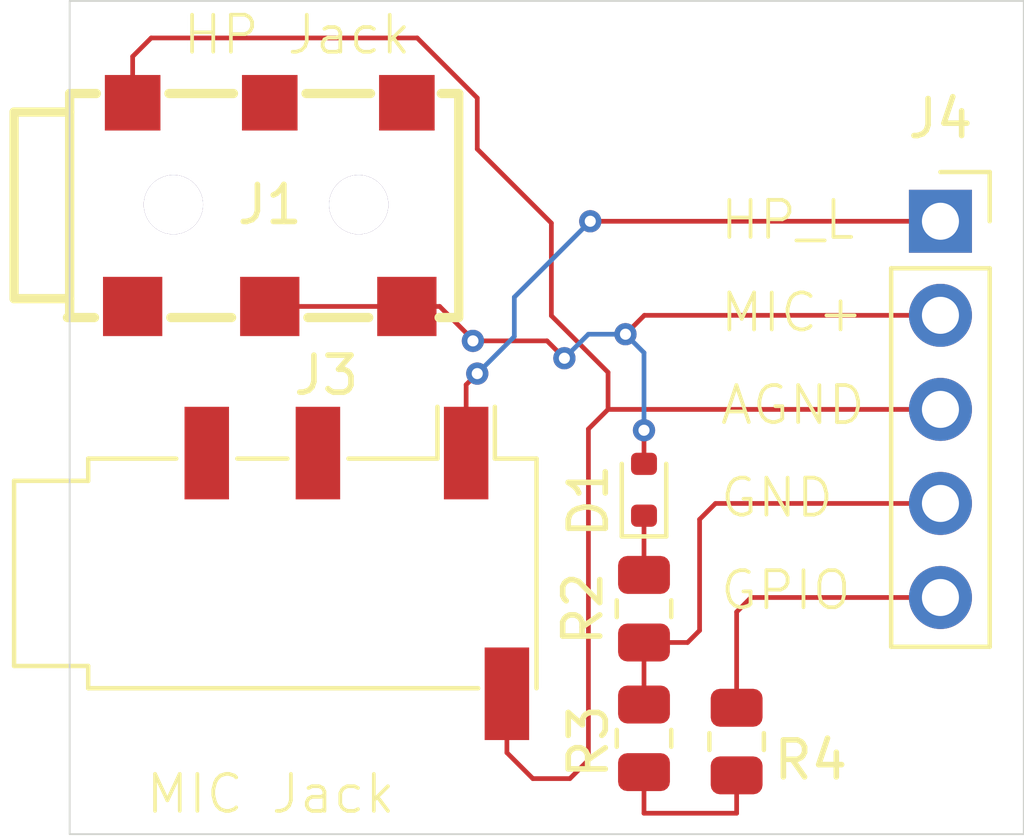
<source format=kicad_pcb>
(kicad_pcb (version 20241229) (generator "pcbnew") (generator_version "9.0")
  (layers (0 "F.Cu" signal) (2 "B.Cu" signal) (13 "F.Paste" user) (15 "B.Paste" user) (5 "F.SilkS" user "F.Silkscreen") (7 "B.SilkS" user "B.Silkscreen") (1 "F.Mask" user) (3 "B.Mask" user) (25 "Edge.Cuts" user))
  (net 0 "")
  (net 1 "Net-(J4-Pin_3)")
  (net 2 "Net-(J4-Pin_1)")
  (net 5 "Net-(D1-K)")
  (net 6 "Net-(D1-A)")
  (net 7 "Net-(J4-Pin_5)")
  (net 8 "Net-(J4-Pin_4)")
  (net 9 "Net-(R3-Pad2)")
  (footprint "hactar_lib:Jack_3.5mm_PJ320D_Horizontal" (layer "F.Cu") (at 23.2 29.95942)
    (property "Reference" "J3" (at 0.225 -5.35 0) (layer "F.SilkS"))
    (property "Value" "3.5mm Headphones")
    (fp_line (start -8.2 -2.5) (end -8.2 2.5) (stroke (width 0.12)) (layer "F.SilkS"))
    (fp_line (start -6.2 -3.1) (end -6.2 -2.5) (stroke (width 0.12)) (layer "F.SilkS"))
    (fp_line (start -6.2 -3.1) (end -3.825 -3.1) (stroke (width 0.12)) (layer "F.SilkS"))
    (fp_line (start -6.2 -2.5) (end -8.2 -2.5) (stroke (width 0.12)) (layer "F.SilkS"))
    (fp_line (start -6.2 2.5) (end -8.2 2.5) (stroke (width 0.12)) (layer "F.SilkS"))
    (fp_line (start -6.2 2.5) (end -6.2 3.1) (stroke (width 0.12)) (layer "F.SilkS"))
    (fp_line (start -2.175 -3.1) (end -0.825 -3.1) (stroke (width 0.12)) (layer "F.SilkS"))
    (fp_line (start 0.825 -3.1) (end 3.225 -3.1) (stroke (width 0.12)) (layer "F.SilkS"))
    (fp_line (start 3.225 -3.1) (end 3.225 -4.5) (stroke (width 0.12)) (layer "F.SilkS"))
    (fp_line (start 4.325 3.1) (end -6.2 3.1) (stroke (width 0.12)) (layer "F.SilkS"))
    (fp_line (start 4.775 -3.1) (end 4.775 -4.5) (stroke (width 0.12)) (layer "F.SilkS"))
    (fp_line (start 4.775 -3.1) (end 5.9 -3.1) (stroke (width 0.12)) (layer "F.SilkS"))
    (fp_line (start 5.9 3.1) (end 5.9 -3.1) (stroke (width 0.12)) (layer "F.SilkS"))
    (pad "" np_thru_hole circle (at -4.6 0) (size 1.5 1.5) (drill 1.5) (layers "*.Cu" "*.Mask"))
    (pad "" np_thru_hole circle (at 2.4 0) (size 1.5 1.5) (drill 1.5) (layers "*.Cu" "*.Mask"))
    (pad "R1" smd rect (at 0 -3.25) (size 1.2 2.5) (layers "F.Cu" "F.Mask" "F.Paste"))
    (pad "R2" smd rect (at -3 -3.25) (size 1.2 2.5) (layers "F.Cu" "F.Mask" "F.Paste"))
    (pad "S" smd rect (at 5.1 3.25) (size 1.2 2.5) (layers "F.Cu" "F.Mask" "F.Paste") (net 1 "Net-(J4-Pin_3)"))
    (pad "T" smd rect (at 4 -3.25) (size 1.2 2.5) (layers "F.Cu" "F.Mask" "F.Paste") (net 2 "Net-(J4-Pin_1)"))
  )
  (footprint "Resistor_SMD:R_0805_2012Metric" (layer "F.Cu") (at 32 30.9125 90)
    (property "Reference" "R2" (at 0 -1.65 90) (layer "F.SilkS"))
    (property "Value" "51k")
    (fp_line (start -0.227064 -0.735) (end 0.227064 -0.735) (stroke (width 0.12)) (layer "F.SilkS"))
    (fp_line (start -0.227064 0.735) (end 0.227064 0.735) (stroke (width 0.12)) (layer "F.SilkS"))
    (pad "1" smd roundrect (at -0.9125 0 90) (size 1.025 1.4) (layers "F.Cu" "F.Mask" "F.Paste") (roundrect_rratio 0.243902) (net 8 "Net-(J4-Pin_4)"))
    (pad "2" smd roundrect (at 0.9125 0 90) (size 1.025 1.4) (layers "F.Cu" "F.Mask" "F.Paste") (roundrect_rratio 0.243902) (net 5 "Net-(D1-K)"))
  )
  (footprint "Resistor_SMD:R_0805_2012Metric" (layer "F.Cu") (at 34.5 34.5 -90)
    (property "Reference" "R4" (at 0.5 -2 0) (layer "F.SilkS"))
    (property "Value" "10k")
    (fp_line (start -0.227064 0.735) (end 0.227064 0.735) (stroke (width 0.12)) (layer "F.SilkS"))
    (fp_line (start -0.227064 -0.735) (end 0.227064 -0.735) (stroke (width 0.12)) (layer "F.SilkS"))
    (pad "1" smd roundrect (at -0.9125 0 270) (size 1.025 1.4) (layers "F.Cu" "F.Mask" "F.Paste") (roundrect_rratio 0.243902) (net 7 "Net-(J4-Pin_5)"))
    (pad "2" smd roundrect (at 0.9125 0 270) (size 1.025 1.4) (layers "F.Cu" "F.Mask" "F.Paste") (roundrect_rratio 0.243902) (net 9 "Net-(R3-Pad2)"))
  )
  (footprint "Diode_SMD:D_SOD-523" (layer "F.Cu") (at 32 27.7 90)
    (property "Reference" "D1" (at -0.3 -1.5 90) (layer "F.SilkS"))
    (property "Value" "1N4148WT" (hide yes))
    (fp_line (start 0.7 -0.6) (end -1.26 -0.6) (stroke (width 0.12)) (layer "F.SilkS"))
    (fp_line (start -1.26 -0.6) (end -1.26 0.6) (stroke (width 0.12)) (layer "F.SilkS"))
    (fp_line (start 0.7 0.6) (end -1.26 0.6) (stroke (width 0.12)) (layer "F.SilkS"))
    (pad "1" smd roundrect (at -0.7 0 270) (size 0.6 0.7) (layers "F.Cu" "F.Mask" "F.Paste") (net 5 "Net-(D1-K)"))
    (pad "2" smd roundrect (at 0.7 0 270) (size 0.6 0.7) (layers "F.Cu" "F.Mask" "F.Paste") (net 6 "Net-(D1-A)"))
  )
  (footprint "Connector_PinSocket_2.54mm:PinSocket_1x05_P2.54mm_Vertical" (layer "F.Cu") (at 40 20.45)
    (property "Reference" "J4" (at 0 -2.77 0) (layer "F.SilkS"))
    (property "Value" "Header" (hide yes))
    (fp_line (start -1.33 1.27) (end -1.33 11.49) (stroke (width 0.12)) (layer "F.SilkS"))
    (fp_line (start -1.33 1.27) (end 1.33 1.27) (stroke (width 0.12)) (layer "F.SilkS"))
    (fp_line (start -1.33 11.49) (end 1.33 11.49) (stroke (width 0.12)) (layer "F.SilkS"))
    (fp_line (start 0 -1.33) (end 1.33 -1.33) (stroke (width 0.12)) (layer "F.SilkS"))
    (fp_line (start 1.33 -1.33) (end 1.33 0) (stroke (width 0.12)) (layer "F.SilkS"))
    (fp_line (start 1.33 1.27) (end 1.33 11.49) (stroke (width 0.12)) (layer "F.SilkS"))
    (pad "1" thru_hole rect (at 0 0) (size 1.7 1.7) (drill 1) (layers "*.Cu" "*.Mask") (net 2 "Net-(J4-Pin_1)"))
    (pad "2" thru_hole circle (at 0 2.54) (size 1.7 1.7) (drill 1) (layers "*.Cu" "*.Mask") (net 6 "Net-(D1-A)"))
    (pad "3" thru_hole circle (at 0 5.08) (size 1.7 1.7) (drill 1) (layers "*.Cu" "*.Mask") (net 1 "Net-(J4-Pin_3)"))
    (pad "4" thru_hole circle (at 0 7.62) (size 1.7 1.7) (drill 1) (layers "*.Cu" "*.Mask") (net 8 "Net-(J4-Pin_4)"))
    (pad "5" thru_hole circle (at 0 10.16) (size 1.7 1.7) (drill 1) (layers "*.Cu" "*.Mask") (net 7 "Net-(J4-Pin_5)"))
  )
  (footprint "Resistor_SMD:R_0805_2012Metric" (layer "F.Cu") (at 32 34.4125 -90)
    (property "Reference" "R3" (at 0.0875 1.5 90) (layer "F.SilkS"))
    (property "Value" "100k")
    (fp_line (start -0.227064 0.735) (end 0.227064 0.735) (stroke (width 0.12)) (layer "F.SilkS"))
    (fp_line (start -0.227064 -0.735) (end 0.227064 -0.735) (stroke (width 0.12)) (layer "F.SilkS"))
    (pad "1" smd roundrect (at -0.9125 0 270) (size 1.025 1.4) (layers "F.Cu" "F.Mask" "F.Paste") (roundrect_rratio 0.243902) (net 8 "Net-(J4-Pin_4)"))
    (pad "2" smd roundrect (at 0.9125 0 270) (size 1.025 1.4) (layers "F.Cu" "F.Mask" "F.Paste") (roundrect_rratio 0.243902) (net 9 "Net-(R3-Pad2)"))
  )
  (footprint "hactar_lib:AUDIO-SMD_PJ-242D-SMT" (layer "F.Cu") (at 21.9 20)
    (property "Reference" "J1" (at 0 0 0) (layer "F.SilkS"))
    (property "Value" "2.5mm Mic")
    (fp_line (start -6.9 -2.5) (end -6.9 2.54) (stroke (width 0.25)) (layer "F.SilkS"))
    (fp_line (start -6.9 2.54) (end -5.4 2.54) (stroke (width 0.25)) (layer "F.SilkS"))
    (fp_line (start -5.4 -3) (end -5.4 2.92) (stroke (width 0.25)) (layer "F.SilkS"))
    (fp_line (start -5.4 -3) (end -4.68 -3) (stroke (width 0.25)) (layer "F.SilkS"))
    (fp_line (start -5.4 -2.5) (end -6.9 -2.5) (stroke (width 0.25)) (layer "F.SilkS"))
    (fp_line (start -4.73 3.05) (end -5.46 3.05) (stroke (width 0.25)) (layer "F.SilkS"))
    (fp_line (start -2.72 -3) (end -0.98 -3) (stroke (width 0.25)) (layer "F.SilkS"))
    (fp_line (start -1.03 3.05) (end -2.67 3.05) (stroke (width 0.25)) (layer "F.SilkS"))
    (fp_line (start 0.98 -3) (end 2.72 -3) (stroke (width 0.25)) (layer "F.SilkS"))
    (fp_line (start 2.67 3.05) (end 1.03 3.05) (stroke (width 0.25)) (layer "F.SilkS"))
    (fp_line (start 4.57 3.05) (end 5.1 3.05) (stroke (width 0.25)) (layer "F.SilkS"))
    (fp_line (start 5.1 -3) (end 4.63 -3) (stroke (width 0.25)) (layer "F.SilkS"))
    (fp_line (start 5.1 -3) (end 5.1 3) (stroke (width 0.25)) (layer "F.SilkS"))
    (pad "" thru_hole circle (at -2.6 0) (size 1.6 1.6) (drill 1.6) (layers "*.Cu" "*.Mask"))
    (pad "" thru_hole circle (at 2.4 0) (size 1.6 1.6) (drill 1.6) (layers "*.Cu" "*.Mask"))
    (pad "R1" smd rect (at -3.7 2.75 180) (size 1.6 1.6) (layers "F.Cu" "F.Mask" "F.Paste"))
    (pad "R2" smd rect (at 0 -2.75 180) (size 1.5 1.5) (layers "F.Cu" "F.Mask" "F.Paste"))
    (pad "R2" smd rect (at 3.7 -2.75 180) (size 1.5 1.5) (layers "F.Cu" "F.Mask" "F.Paste"))
    (pad "S" smd rect (at -3.7 -2.75 180) (size 1.5 1.5) (layers "F.Cu" "F.Mask" "F.Paste") (net 1 "Net-(J4-Pin_3)"))
    (pad "T" smd rect (at 0 2.75 180) (size 1.6 1.6) (layers "F.Cu" "F.Mask" "F.Paste") (net 6 "Net-(D1-A)"))
    (pad "T" smd rect (at 3.7 2.75 180) (size 1.6 1.6) (layers "F.Cu" "F.Mask" "F.Paste") (net 6 "Net-(D1-A)"))
  )
  (gr_rect (start 16.5 14.5) (end 42.25 37) (stroke (width 0.05)) (fill no) (layer "Edge.Cuts"))
  (gr_text "HP_L" (at 34 21 0) (layer "F.SilkS") (effects (font (size 1 1) (thickness 0.1)) (justify left bottom)))
  (gr_text "GPIO" (at 34 31 0) (layer "F.SilkS") (effects (font (size 1 1) (thickness 0.1)) (justify left bottom)))
  (gr_text "MIC+" (at 34 23.5 0) (layer "F.SilkS") (effects (font (size 1 1) (thickness 0.1)) (justify left bottom)))
  (gr_text "AGND" (at 34 26 0) (layer "F.SilkS") (effects (font (size 1 1) (thickness 0.1)) (justify left bottom)))
  (gr_text "HP Jack" (at 19.5 16 0) (layer "F.SilkS") (effects (font (size 1 1) (thickness 0.1)) (justify left bottom)))
  (gr_text "MIC Jack" (at 18.5 36.5 0) (layer "F.SilkS") (effects (font (size 1 1) (thickness 0.1)) (justify left bottom)))
  (gr_text "GND" (at 34 28.5 0) (layer "F.SilkS") (effects (font (size 1 1) (thickness 0.1)) (justify left bottom)))
  (segment (start 18.7 15.5) (end 25.879 15.5) (width 0.127) (layer "F.Cu") (net 1))
  (segment (start 28.3 33.65) (end 28.3 34.8) (width 0.127) (layer "F.Cu") (net 1))
  (segment (start 28.7 33.25) (end 28.3 33.65) (width 0.127) (layer "F.Cu") (net 1))
  (segment (start 30.5 35) (end 30.5 26.06) (width 0.127) (layer "F.Cu") (net 1))
  (segment (start 30.5 26.06) (end 31.03 25.53) (width 0.127) (layer "F.Cu") (net 1))
  (segment (start 18.2 17.25) (end 18.2 16) (width 0.127) (layer "F.Cu") (net 1))
  (segment (start 30 35.5) (end 30.5 35) (width 0.127) (layer "F.Cu") (net 1))
  (segment (start 31.03 24.53) (end 31.03 25.53) (width 0.127) (layer "F.Cu") (net 1))
  (segment (start 27.5 17.121) (end 27.5 18.5) (width 0.127) (layer "F.Cu") (net 1))
  (segment (start 18.2 16) (end 18.7 15.5) (width 0.127) (layer "F.Cu") (net 1))
  (segment (start 25.879 15.5) (end 27.5 17.121) (width 0.127) (layer "F.Cu") (net 1))
  (segment (start 18.5 17.25) (end 18 17.75) (width 0.127) (layer "F.Cu") (net 1))
  (segment (start 27.5 18.5) (end 29.5 20.5) (width 0.127) (layer "F.Cu") (net 1))
  (segment (start 31.03 25.53) (end 40 25.53) (width 0.127) (layer "F.Cu") (net 1))
  (segment (start 29.5 23) (end 31.03 24.53) (width 0.127) (layer "F.Cu") (net 1))
  (segment (start 28.3 34.8) (end 29 35.5) (width 0.127) (layer "F.Cu") (net 1))
  (segment (start 29 35.5) (end 30 35.5) (width 0.127) (layer "F.Cu") (net 1))
  (segment (start 29.5 20.5) (end 29.5 23) (width 0.127) (layer "F.Cu") (net 1))
  (segment (start 27.2 24.8635) (end 27.2 26.35) (width 0.127) (layer "F.Cu") (net 2))
  (segment (start 27.5 24.5635) (end 27.2 24.8635) (width 0.127) (layer "F.Cu") (net 2))
  (segment (start 27.2 26.35) (end 27.6 26.75) (width 0.127) (layer "F.Cu") (net 2))
  (segment (start 30.55 20.45) (end 40 20.45) (width 0.127) (layer "F.Cu") (net 2))
  (via (at 27.5 24.5635) (size 0.6) (drill 0.3) (layers "F.Cu" "B.Cu") (net 2))
  (via (at 30.55 20.45) (size 0.6) (drill 0.3) (layers "F.Cu" "B.Cu") (net 2))
  (segment (start 28.5 23.5635) (end 28.5 22.5) (width 0.127) (layer "B.Cu") (net 2))
  (segment (start 27.5 24.5635) (end 28.5 23.5635) (width 0.127) (layer "B.Cu") (net 2))
  (segment (start 28.5 22.5) (end 30.55 20.45) (width 0.127) (layer "B.Cu") (net 2))
  (segment (start 32 30) (end 32 28.4) (width 0.127) (layer "F.Cu") (net 5))
  (segment (start 26.484824 22.75) (end 27.383295 23.648471) (width 0.127) (layer "F.Cu") (net 6))
  (segment (start 29.383295 23.680205) (end 29.851545 24.148455) (width 0.127) (layer "F.Cu") (net 6))
  (segment (start 21.9 22.75) (end 25.6 22.75) (width 0.127) (layer "F.Cu") (net 6))
  (segment (start 32.01 22.99) (end 40 22.99) (width 0.127) (layer "F.Cu") (net 6))
  (segment (start 27.383295 23.680205) (end 29.383295 23.680205) (width 0.127) (layer "F.Cu") (net 6))
  (segment (start 32 26.0935) (end 32 27) (width 0.127) (layer "F.Cu") (net 6))
  (segment (start 25.6 22.75) (end 26.484824 22.75) (width 0.127) (layer "F.Cu") (net 6))
  (segment (start 27.383295 23.648471) (end 27.383295 23.680205) (width 0.127) (layer "F.Cu") (net 6))
  (segment (start 31.5 23.5) (end 32.01 22.99) (width 0.127) (layer "F.Cu") (net 6))
  (via (at 27.383295 23.680205) (size 0.6) (drill 0.3) (layers "F.Cu" "B.Cu") (net 6))
  (via (at 29.851545 24.148455) (size 0.6) (drill 0.3) (layers "F.Cu" "B.Cu") (net 6))
  (via (at 32 26.0935) (size 0.6) (drill 0.3) (layers "F.Cu" "B.Cu") (net 6))
  (via (at 31.5 23.5) (size 0.6) (drill 0.3) (layers "F.Cu" "B.Cu") (net 6))
  (segment (start 32 24) (end 32 26.0935) (width 0.127) (layer "B.Cu") (net 6))
  (segment (start 31.5 23.5) (end 32 24) (width 0.127) (layer "B.Cu") (net 6))
  (segment (start 30.5 23.5) (end 31.5 23.5) (width 0.127) (layer "B.Cu") (net 6))
  (segment (start 29.851545 24.148455) (end 30.5 23.5) (width 0.127) (layer "B.Cu") (net 6))
  (segment (start 34.89 30.61) (end 40 30.61) (width 0.127) (layer "F.Cu") (net 7))
  (segment (start 34.5 33.5875) (end 34.5 31) (width 0.127) (layer "F.Cu") (net 7))
  (segment (start 34.5 31) (end 34.89 30.61) (width 0.127) (layer "F.Cu") (net 7))
  (segment (start 33.5 28.5) (end 33.5 31.5) (width 0.127) (layer "F.Cu") (net 8))
  (segment (start 33.5 31.5) (end 33.175 31.825) (width 0.127) (layer "F.Cu") (net 8))
  (segment (start 40 28.07) (end 33.93 28.07) (width 0.127) (layer "F.Cu") (net 8))
  (segment (start 32 31.825) (end 32 33.5) (width 0.127) (layer "F.Cu") (net 8))
  (segment (start 33.175 31.825) (end 32 31.825) (width 0.127) (layer "F.Cu") (net 8))
  (segment (start 33.93 28.07) (end 33.5 28.5) (width 0.127) (layer "F.Cu") (net 8))
  (segment (start 32 36.4355) (end 32 35.325) (width 0.127) (layer "F.Cu") (net 9))
  (segment (start 34.5 35.4125) (end 34.5 36.4355) (width 0.127) (layer "F.Cu") (net 9))
  (segment (start 34.5 36.4355) (end 32 36.4355) (width 0.127) (layer "F.Cu") (net 9))
)
</source>
